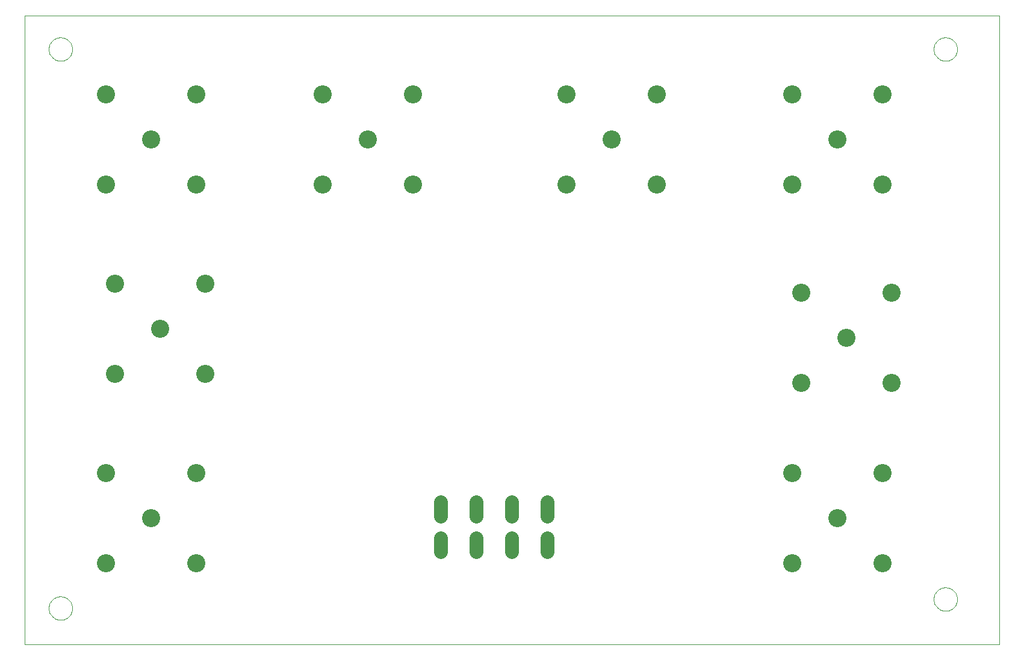
<source format=gtl>
G75*
G70*
%OFA0B0*%
%FSLAX24Y24*%
%IPPOS*%
%LPD*%
%AMOC8*
5,1,8,0,0,1.08239X$1,22.5*
%
%ADD10C,0.0000*%
%ADD11C,0.1004*%
%ADD12C,0.0780*%
D10*
X000100Y000100D02*
X000100Y034970D01*
X054092Y034970D01*
X054092Y000100D01*
X000100Y000100D01*
X001450Y002100D02*
X001452Y002150D01*
X001458Y002200D01*
X001468Y002250D01*
X001481Y002298D01*
X001498Y002346D01*
X001519Y002392D01*
X001543Y002436D01*
X001571Y002478D01*
X001602Y002518D01*
X001636Y002555D01*
X001673Y002590D01*
X001712Y002621D01*
X001753Y002650D01*
X001797Y002675D01*
X001843Y002697D01*
X001890Y002715D01*
X001938Y002729D01*
X001987Y002740D01*
X002037Y002747D01*
X002087Y002750D01*
X002138Y002749D01*
X002188Y002744D01*
X002238Y002735D01*
X002286Y002723D01*
X002334Y002706D01*
X002380Y002686D01*
X002425Y002663D01*
X002468Y002636D01*
X002508Y002606D01*
X002546Y002573D01*
X002581Y002537D01*
X002614Y002498D01*
X002643Y002457D01*
X002669Y002414D01*
X002692Y002369D01*
X002711Y002322D01*
X002726Y002274D01*
X002738Y002225D01*
X002746Y002175D01*
X002750Y002125D01*
X002750Y002075D01*
X002746Y002025D01*
X002738Y001975D01*
X002726Y001926D01*
X002711Y001878D01*
X002692Y001831D01*
X002669Y001786D01*
X002643Y001743D01*
X002614Y001702D01*
X002581Y001663D01*
X002546Y001627D01*
X002508Y001594D01*
X002468Y001564D01*
X002425Y001537D01*
X002380Y001514D01*
X002334Y001494D01*
X002286Y001477D01*
X002238Y001465D01*
X002188Y001456D01*
X002138Y001451D01*
X002087Y001450D01*
X002037Y001453D01*
X001987Y001460D01*
X001938Y001471D01*
X001890Y001485D01*
X001843Y001503D01*
X001797Y001525D01*
X001753Y001550D01*
X001712Y001579D01*
X001673Y001610D01*
X001636Y001645D01*
X001602Y001682D01*
X001571Y001722D01*
X001543Y001764D01*
X001519Y001808D01*
X001498Y001854D01*
X001481Y001902D01*
X001468Y001950D01*
X001458Y002000D01*
X001452Y002050D01*
X001450Y002100D01*
X001450Y033100D02*
X001452Y033150D01*
X001458Y033200D01*
X001468Y033250D01*
X001481Y033298D01*
X001498Y033346D01*
X001519Y033392D01*
X001543Y033436D01*
X001571Y033478D01*
X001602Y033518D01*
X001636Y033555D01*
X001673Y033590D01*
X001712Y033621D01*
X001753Y033650D01*
X001797Y033675D01*
X001843Y033697D01*
X001890Y033715D01*
X001938Y033729D01*
X001987Y033740D01*
X002037Y033747D01*
X002087Y033750D01*
X002138Y033749D01*
X002188Y033744D01*
X002238Y033735D01*
X002286Y033723D01*
X002334Y033706D01*
X002380Y033686D01*
X002425Y033663D01*
X002468Y033636D01*
X002508Y033606D01*
X002546Y033573D01*
X002581Y033537D01*
X002614Y033498D01*
X002643Y033457D01*
X002669Y033414D01*
X002692Y033369D01*
X002711Y033322D01*
X002726Y033274D01*
X002738Y033225D01*
X002746Y033175D01*
X002750Y033125D01*
X002750Y033075D01*
X002746Y033025D01*
X002738Y032975D01*
X002726Y032926D01*
X002711Y032878D01*
X002692Y032831D01*
X002669Y032786D01*
X002643Y032743D01*
X002614Y032702D01*
X002581Y032663D01*
X002546Y032627D01*
X002508Y032594D01*
X002468Y032564D01*
X002425Y032537D01*
X002380Y032514D01*
X002334Y032494D01*
X002286Y032477D01*
X002238Y032465D01*
X002188Y032456D01*
X002138Y032451D01*
X002087Y032450D01*
X002037Y032453D01*
X001987Y032460D01*
X001938Y032471D01*
X001890Y032485D01*
X001843Y032503D01*
X001797Y032525D01*
X001753Y032550D01*
X001712Y032579D01*
X001673Y032610D01*
X001636Y032645D01*
X001602Y032682D01*
X001571Y032722D01*
X001543Y032764D01*
X001519Y032808D01*
X001498Y032854D01*
X001481Y032902D01*
X001468Y032950D01*
X001458Y033000D01*
X001452Y033050D01*
X001450Y033100D01*
X050450Y033100D02*
X050452Y033150D01*
X050458Y033200D01*
X050468Y033250D01*
X050481Y033298D01*
X050498Y033346D01*
X050519Y033392D01*
X050543Y033436D01*
X050571Y033478D01*
X050602Y033518D01*
X050636Y033555D01*
X050673Y033590D01*
X050712Y033621D01*
X050753Y033650D01*
X050797Y033675D01*
X050843Y033697D01*
X050890Y033715D01*
X050938Y033729D01*
X050987Y033740D01*
X051037Y033747D01*
X051087Y033750D01*
X051138Y033749D01*
X051188Y033744D01*
X051238Y033735D01*
X051286Y033723D01*
X051334Y033706D01*
X051380Y033686D01*
X051425Y033663D01*
X051468Y033636D01*
X051508Y033606D01*
X051546Y033573D01*
X051581Y033537D01*
X051614Y033498D01*
X051643Y033457D01*
X051669Y033414D01*
X051692Y033369D01*
X051711Y033322D01*
X051726Y033274D01*
X051738Y033225D01*
X051746Y033175D01*
X051750Y033125D01*
X051750Y033075D01*
X051746Y033025D01*
X051738Y032975D01*
X051726Y032926D01*
X051711Y032878D01*
X051692Y032831D01*
X051669Y032786D01*
X051643Y032743D01*
X051614Y032702D01*
X051581Y032663D01*
X051546Y032627D01*
X051508Y032594D01*
X051468Y032564D01*
X051425Y032537D01*
X051380Y032514D01*
X051334Y032494D01*
X051286Y032477D01*
X051238Y032465D01*
X051188Y032456D01*
X051138Y032451D01*
X051087Y032450D01*
X051037Y032453D01*
X050987Y032460D01*
X050938Y032471D01*
X050890Y032485D01*
X050843Y032503D01*
X050797Y032525D01*
X050753Y032550D01*
X050712Y032579D01*
X050673Y032610D01*
X050636Y032645D01*
X050602Y032682D01*
X050571Y032722D01*
X050543Y032764D01*
X050519Y032808D01*
X050498Y032854D01*
X050481Y032902D01*
X050468Y032950D01*
X050458Y033000D01*
X050452Y033050D01*
X050450Y033100D01*
X050450Y002600D02*
X050452Y002650D01*
X050458Y002700D01*
X050468Y002750D01*
X050481Y002798D01*
X050498Y002846D01*
X050519Y002892D01*
X050543Y002936D01*
X050571Y002978D01*
X050602Y003018D01*
X050636Y003055D01*
X050673Y003090D01*
X050712Y003121D01*
X050753Y003150D01*
X050797Y003175D01*
X050843Y003197D01*
X050890Y003215D01*
X050938Y003229D01*
X050987Y003240D01*
X051037Y003247D01*
X051087Y003250D01*
X051138Y003249D01*
X051188Y003244D01*
X051238Y003235D01*
X051286Y003223D01*
X051334Y003206D01*
X051380Y003186D01*
X051425Y003163D01*
X051468Y003136D01*
X051508Y003106D01*
X051546Y003073D01*
X051581Y003037D01*
X051614Y002998D01*
X051643Y002957D01*
X051669Y002914D01*
X051692Y002869D01*
X051711Y002822D01*
X051726Y002774D01*
X051738Y002725D01*
X051746Y002675D01*
X051750Y002625D01*
X051750Y002575D01*
X051746Y002525D01*
X051738Y002475D01*
X051726Y002426D01*
X051711Y002378D01*
X051692Y002331D01*
X051669Y002286D01*
X051643Y002243D01*
X051614Y002202D01*
X051581Y002163D01*
X051546Y002127D01*
X051508Y002094D01*
X051468Y002064D01*
X051425Y002037D01*
X051380Y002014D01*
X051334Y001994D01*
X051286Y001977D01*
X051238Y001965D01*
X051188Y001956D01*
X051138Y001951D01*
X051087Y001950D01*
X051037Y001953D01*
X050987Y001960D01*
X050938Y001971D01*
X050890Y001985D01*
X050843Y002003D01*
X050797Y002025D01*
X050753Y002050D01*
X050712Y002079D01*
X050673Y002110D01*
X050636Y002145D01*
X050602Y002182D01*
X050571Y002222D01*
X050543Y002264D01*
X050519Y002308D01*
X050498Y002354D01*
X050481Y002402D01*
X050468Y002450D01*
X050458Y002500D01*
X050452Y002550D01*
X050450Y002600D01*
D11*
X047600Y004600D03*
X045100Y007100D03*
X042600Y004600D03*
X042600Y009600D03*
X047600Y009600D03*
X048100Y014600D03*
X045600Y017100D03*
X043100Y014600D03*
X043100Y019600D03*
X048100Y019600D03*
X047600Y025600D03*
X045100Y028100D03*
X042600Y030600D03*
X047600Y030600D03*
X042600Y025600D03*
X035100Y025600D03*
X032600Y028100D03*
X030100Y030600D03*
X035100Y030600D03*
X030100Y025600D03*
X021600Y025600D03*
X019100Y028100D03*
X016600Y030600D03*
X021600Y030600D03*
X016600Y025600D03*
X009600Y025600D03*
X007100Y028100D03*
X004600Y030600D03*
X009600Y030600D03*
X004600Y025600D03*
X005100Y020100D03*
X007600Y017600D03*
X005100Y015100D03*
X010100Y015100D03*
X010100Y020100D03*
X009600Y009600D03*
X007100Y007100D03*
X004600Y004600D03*
X009600Y004600D03*
X004600Y009600D03*
D12*
X023140Y007980D02*
X023140Y007200D01*
X023140Y006000D02*
X023140Y005220D01*
X025110Y005220D02*
X025110Y006000D01*
X025110Y007200D02*
X025110Y007980D01*
X027090Y007980D02*
X027090Y007200D01*
X027090Y006000D02*
X027090Y005220D01*
X029060Y005220D02*
X029060Y006000D01*
X029060Y007200D02*
X029060Y007980D01*
M02*

</source>
